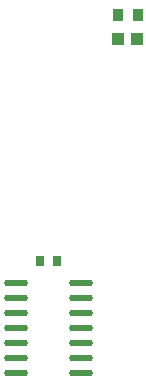
<source format=gtp>
G04 Layer: TopPasteMaskLayer*
G04 EasyEDA v6.5.29, 2023-07-18 11:26:45*
G04 cfaeab296f654171ba214e89deb0133b,5a6b42c53f6a479593ecc07194224c93,10*
G04 Gerber Generator version 0.2*
G04 Scale: 100 percent, Rotated: No, Reflected: No *
G04 Dimensions in millimeters *
G04 leading zeros omitted , absolute positions ,4 integer and 5 decimal *
%FSLAX45Y45*%
%MOMM*%

%ADD10R,1.0000X1.1000*%
%ADD11R,0.8999X1.0000*%
%ADD12R,0.8000X0.9000*%
%ADD13O,2.0379944X0.5739892*%

%LPD*%
D10*
G01*
X4149090Y5372100D03*
G01*
X4309084Y5372100D03*
D11*
G01*
X4144086Y5575300D03*
G01*
X4314088Y5575300D03*
D12*
G01*
X3485997Y3492500D03*
G01*
X3626002Y3492500D03*
D13*
G01*
X3279089Y3302000D03*
G01*
X3279089Y3175000D03*
G01*
X3279089Y3048000D03*
G01*
X3279089Y2921000D03*
G01*
X3279089Y2794000D03*
G01*
X3279089Y2667000D03*
G01*
X3279089Y2540000D03*
G01*
X3832910Y3302000D03*
G01*
X3832910Y3175000D03*
G01*
X3832910Y3048000D03*
G01*
X3832910Y2921000D03*
G01*
X3832910Y2794000D03*
G01*
X3832910Y2667000D03*
G01*
X3832910Y2540000D03*
M02*

</source>
